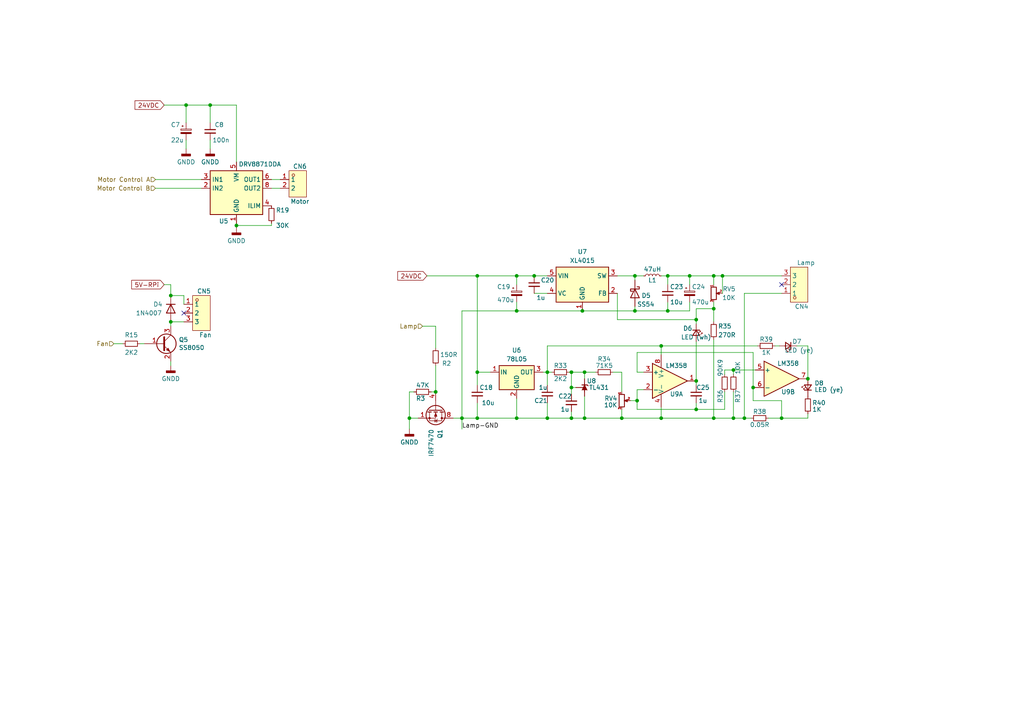
<source format=kicad_sch>
(kicad_sch (version 20230121) (generator eeschema)
  (paper "A4")
  (lib_symbols
    (symbol "Amplifier_Operational:LM358" (pin_names (offset 0.127))
      (property "Reference" "U" (at 0 5.08 0))
      (property "Value" "LM358" (at 0 -5.08 0))
      (symbol "LM358_1_1"
        (polyline (pts (xy -5.08 5.08) (xy 5.08 0) (xy -5.08 -5.08) (xy -5.08 5.08)) (stroke (width 0.254)) (fill (type background)))
        (pin output line (at 7.62 0 180) (length 2.54) (name "~") (number "1"))
        (pin input line (at -7.62 -2.54 0) (length 2.54) (name "-") (number "2"))
        (pin input line (at -7.62 2.54 0) (length 2.54) (name "+") (number "3"))
      )
      (symbol "LM358_2_1"
        (polyline (pts (xy -5.08 5.08) (xy 5.08 0) (xy -5.08 -5.08) (xy -5.08 5.08)) (stroke (width 0.254)) (fill (type background)))
        (pin input line (at -7.62 2.54 0) (length 2.54) (name "+") (number "5"))
        (pin input line (at -7.62 -2.54 0) (length 2.54) (name "-") (number "6"))
        (pin output line (at 7.62 0 180) (length 2.54) (name "~") (number "7"))
      )
      (symbol "LM358_3_1"
        (pin power_in line (at -2.54 -7.62 90) (length 3.81) (name "V-") (number "4"))
        (pin power_in line (at -2.54 7.62 270) (length 3.81) (name "V+") (number "8"))
      )
    )
    (symbol "Device:C_Polarized_Small" (pin_numbers hide) (pin_names (offset 0.254) hide)
      (property "Reference" "C" (at 0.254 1.778 0))
      (property "Value" "C_Polarized_Small" (at 0.254 -2.032 0))
      (symbol "C_Polarized_Small_0_1"
        (rectangle (start -1.524 -0.3048) (end 1.524 -0.6858) (fill (type outline)))
        (rectangle (start -1.524 0.6858) (end 1.524 0.3048))
        (polyline (pts (xy -1.27 1.524) (xy -0.762 1.524)))
        (polyline (pts (xy -1.016 1.27) (xy -1.016 1.778)))
      )
      (symbol "C_Polarized_Small_1_1"
        (pin passive line (at 0 2.54 270) (length 1.8542) (name "~") (number "1"))
        (pin passive line (at 0 -2.54 90) (length 1.8542) (name "~") (number "2"))
      )
    )
    (symbol "Device:C_Small" (pin_numbers hide) (pin_names (offset 0.254) hide)
      (property "Reference" "C" (at 0.254 1.778 0))
      (property "Value" "C_Small" (at 0.254 -2.032 0))
      (symbol "C_Small_0_1"
        (polyline (pts (xy -1.524 -0.508) (xy 1.524 -0.508)) (stroke (width 0.3302)))
        (polyline (pts (xy -1.524 0.508) (xy 1.524 0.508)) (stroke (width 0.3048)))
      )
      (symbol "C_Small_1_1"
        (pin passive line (at 0 2.54 270) (length 2.032) (name "~") (number "1"))
        (pin passive line (at 0 -2.54 90) (length 2.032) (name "~") (number "2"))
      )
    )
    (symbol "Device:D_Schottky" (pin_numbers hide) (pin_names (offset 1.016) hide)
      (property "Reference" "D" (at 0 2.54 0))
      (property "Value" "D_Schottky" (at 0 -2.54 0))
      (symbol "D_Schottky_0_1"
        (polyline (pts (xy 1.27 0) (xy -1.27 0)))
        (polyline (pts (xy 1.27 1.27) (xy 1.27 -1.27) (xy -1.27 0) (xy 1.27 1.27)) (stroke (width 0.254)))
        (polyline (pts (xy -1.905 0.635) (xy -1.905 1.27) (xy -1.27 1.27) (xy -1.27 -1.27) (xy -0.635 -1.27) (xy -0.635 -0.635)) (stroke (width 0.254)))
      )
      (symbol "D_Schottky_1_1"
        (pin passive line (at -3.81 0 0) (length 2.54) (name "K") (number "1"))
        (pin passive line (at 3.81 0 180) (length 2.54) (name "A") (number "2"))
      )
    )
    (symbol "Device:LED_Small" (pin_numbers hide) (pin_names (offset 0.254) hide)
      (property "Reference" "D" (at -1.27 3.175 0))
      (property "Value" "LED_Small" (at -4.445 -2.54 0))
      (symbol "LED_Small_0_1"
        (polyline (pts (xy -0.762 -1.016) (xy -0.762 1.016)) (stroke (width 0.254)))
        (polyline (pts (xy 1.016 0) (xy -0.762 0)))
        (polyline (pts (xy 0.762 -1.016) (xy -0.762 0) (xy 0.762 1.016) (xy 0.762 -1.016)) (stroke (width 0.254)))
        (polyline (pts (xy 0 0.762) (xy -0.508 1.27) (xy -0.254 1.27) (xy -0.508 1.27) (xy -0.508 1.016)))
        (polyline (pts (xy 0.508 1.27) (xy 0 1.778) (xy 0.254 1.778) (xy 0 1.778) (xy 0 1.524)))
      )
      (symbol "LED_Small_1_1"
        (pin passive line (at -2.54 0 0) (length 1.778) (name "K") (number "1"))
        (pin passive line (at 2.54 0 180) (length 1.778) (name "A") (number "2"))
      )
    )
    (symbol "Device:L_Small" (pin_numbers hide) (pin_names (offset 0.254) hide)
      (property "Reference" "L" (at 0.762 1.016 0))
      (property "Value" "L_Small" (at 0.762 -1.016 0))
      (symbol "L_Small_0_1"
        (arc (start 0 -2.032) (mid 0.5058 -1.524) (end 0 -1.016))
        (arc (start 0 -1.016) (mid 0.5058 -0.508) (end 0 0))
        (arc (start 0 0) (mid 0.5058 0.508) (end 0 1.016))
        (arc (start 0 1.016) (mid 0.5058 1.524) (end 0 2.032))
      )
      (symbol "L_Small_1_1"
        (pin passive line (at 0 2.54 270) (length 0.508) (name "~") (number "1"))
        (pin passive line (at 0 -2.54 90) (length 0.508) (name "~") (number "2"))
      )
    )
    (symbol "Device:R_Potentiometer_Small" (pin_names (offset 1.016) hide)
      (property "Reference" "RV" (at -4.445 0 90))
      (property "Value" "R_Potentiometer_Small" (at -2.54 0 90))
      (symbol "R_Potentiometer_Small_0_1"
        (polyline (pts (xy 0.889 0) (xy 0.635 0) (xy 1.651 0.381) (xy 1.651 -0.381) (xy 0.635 0) (xy 0.889 0)) (fill (type outline)))
        (rectangle (start 0.762 1.8034) (end -0.762 -1.8034) (stroke (width 0.254)))
      )
      (symbol "R_Potentiometer_Small_1_1"
        (pin passive line (at 0 2.54 270) (length 0.635) (name "1") (number "1"))
        (pin passive line (at 2.54 0 180) (length 0.9906) (name "2") (number "2"))
        (pin passive line (at 0 -2.54 90) (length 0.635) (name "3") (number "3"))
      )
    )
    (symbol "Device:R_Small" (pin_numbers hide) (pin_names (offset 0.254) hide)
      (property "Reference" "R" (at 0.762 0.508 0))
      (property "Value" "R_Small" (at 0.762 -1.016 0))
      (symbol "R_Small_0_1"
        (rectangle (start -0.762 1.778) (end 0.762 -1.778) (stroke (width 0.2032)))
      )
      (symbol "R_Small_1_1"
        (pin passive line (at 0 2.54 270) (length 0.762) (name "~") (number "1"))
        (pin passive line (at 0 -2.54 90) (length 0.762) (name "~") (number "2"))
      )
    )
    (symbol "Diode:1N4001" (pin_numbers hide) (pin_names hide)
      (property "Reference" "D" (at 0 2.54 0))
      (property "Value" "1N4001" (at 0 -2.54 0))
      (symbol "1N4001_0_1"
        (polyline (pts (xy -1.27 1.27) (xy -1.27 -1.27)) (stroke (width 0.254)))
        (polyline (pts (xy 1.27 0) (xy -1.27 0)))
        (polyline (pts (xy 1.27 1.27) (xy 1.27 -1.27) (xy -1.27 0) (xy 1.27 1.27)) (stroke (width 0.254)))
      )
      (symbol "1N4001_1_1"
        (pin passive line (at -3.81 0 0) (length 2.54) (name "K") (number "1"))
        (pin passive line (at 3.81 0 180) (length 2.54) (name "A") (number "2"))
      )
    )
    (symbol "Driver_Motor:DRV8871DDA"
      (property "Reference" "U" (at -6.35 6.35 0))
      (property "Value" "DRV8871DDA" (at 8.89 6.35 0))
      (symbol "DRV8871DDA_0_1"
        (rectangle (start -7.62 5.08) (end 7.62 -7.62) (stroke (width 0.254)) (fill (type background)))
      )
      (symbol "DRV8871DDA_1_1"
        (pin power_in line (at 0 -10.16 90) (length 2.54) (name "GND") (number "1"))
        (pin input line (at -10.16 0 0) (length 2.54) (name "IN2") (number "2"))
        (pin input line (at -10.16 2.54 0) (length 2.54) (name "IN1") (number "3"))
        (pin passive line (at 10.16 -5.08 180) (length 2.54) (name "ILIM") (number "4"))
        (pin power_in line (at 0 7.62 270) (length 2.54) (name "VM") (number "5"))
        (pin output line (at 10.16 2.54 180) (length 2.54) (name "OUT1") (number "6"))
        (pin passive line (at 0 -10.16 90) (length 2.54) hide (name "GND") (number "7"))
        (pin output line (at 10.16 0 180) (length 2.54) (name "OUT2") (number "8"))
        (pin passive line (at 0 -10.16 90) (length 2.54) hide (name "GND") (number "9"))
      )
    )
    (symbol "Reference_Voltage:TL431DBZ" (pin_numbers hide) (pin_names hide)
      (property "Reference" "U" (at -2.54 2.54 0))
      (property "Value" "TL431DBZ" (at 0 -2.54 0))
      (symbol "TL431DBZ_0_1"
        (polyline (pts (xy -1.27 0) (xy 0 0) (xy 1.27 0)))
        (polyline (pts (xy -0.762 0.762) (xy 0.762 0) (xy -0.762 -0.762)) (fill (type outline)))
        (polyline (pts (xy 0.508 -1.016) (xy 0.762 -0.762) (xy 0.762 0.762) (xy 0.762 0.762)) (stroke (width 0.254)))
      )
      (symbol "TL431DBZ_1_1"
        (pin passive line (at 2.54 0 180) (length 2.54) (name "K") (number "1"))
        (pin passive line (at 0 2.54 270) (length 2.54) (name "REF") (number "2"))
        (pin passive line (at -2.54 0 0) (length 2.54) (name "A") (number "3"))
      )
    )
    (symbol "Regulator_Linear:L7805" (pin_names (offset 0.254))
      (property "Reference" "U" (at -3.81 3.175 0))
      (property "Value" "L7805" (at 0 3.175 0))
      (symbol "L7805_0_1"
        (rectangle (start -5.08 1.905) (end 5.08 -5.08) (stroke (width 0.254)) (fill (type background)))
      )
      (symbol "L7805_1_1"
        (pin power_in line (at -7.62 0 0) (length 2.54) (name "IN") (number "1"))
        (pin power_in line (at 0 -7.62 90) (length 2.54) (name "GND") (number "2"))
        (pin power_out line (at 7.62 0 180) (length 2.54) (name "OUT") (number "3"))
      )
    )
    (symbol "Regulator_Switching:XL4015"
      (property "Reference" "U?" (at -6.35 6.35 0))
      (property "Value" "XL4015" (at 6.35 6.35 0))
      (symbol "XL4015_0_1"
        (rectangle (start -7.62 5.08) (end 7.62 -5.08) (stroke (width 0.254)) (fill (type background)))
      )
      (symbol "XL4015_1_1"
        (pin power_in line (at 0 -7.62 90) (length 2.54) (name "GND") (number "1"))
        (pin input line (at 10.16 -2.54 180) (length 2.54) (name "FB") (number "2"))
        (pin power_out line (at 10.16 2.54 180) (length 2.54) (name "SW") (number "3"))
        (pin input line (at -10.16 -2.54 0) (length 2.54) (name "VC") (number "4"))
        (pin power_in line (at -10.16 2.54 0) (length 2.54) (name "VIN") (number "5"))
      )
    )
    (symbol "Transistor_BJT:BC847" (pin_names (offset 0) hide)
      (property "Reference" "Q" (at 5.08 1.905 0))
      (property "Value" "BC847" (at 5.08 0 0))
      (symbol "BC847_0_1"
        (polyline (pts (xy 0.635 0.635) (xy 2.54 2.54)))
        (polyline (pts (xy 0.635 -0.635) (xy 2.54 -2.54) (xy 2.54 -2.54)))
        (polyline (pts (xy 0.635 1.905) (xy 0.635 -1.905) (xy 0.635 -1.905)) (stroke (width 0.508)))
        (polyline (pts (xy 1.27 -1.778) (xy 1.778 -1.27) (xy 2.286 -2.286) (xy 1.27 -1.778) (xy 1.27 -1.778)) (fill (type outline)))
        (circle (center 1.27 0) (radius 2.8194) (stroke (width 0.254)))
      )
      (symbol "BC847_1_1"
        (pin input line (at -5.08 0 0) (length 5.715) (name "B") (number "1"))
        (pin passive line (at 2.54 -5.08 90) (length 2.54) (name "E") (number "2"))
        (pin passive line (at 2.54 5.08 270) (length 2.54) (name "C") (number "3"))
      )
    )
    (symbol "Transistor_FET:IRF7403" (pin_names hide)
      (property "Reference" "Q" (at 5.08 2.54 0))
      (property "Value" "IRF7403" (at 5.08 0 0))
      (symbol "IRF7403_0_1"
        (polyline (pts (xy 0.254 0) (xy -2.54 0)))
        (polyline (pts (xy 0.254 1.905) (xy 0.254 -1.905)) (stroke (width 0.254)))
        (polyline (pts (xy 0.762 -1.27) (xy 0.762 -2.286)) (stroke (width 0.254)))
        (polyline (pts (xy 0.762 0.508) (xy 0.762 -0.508)) (stroke (width 0.254)))
        (polyline (pts (xy 0.762 2.286) (xy 0.762 1.27)) (stroke (width 0.254)))
        (polyline (pts (xy 2.54 2.54) (xy 2.54 1.778)))
        (polyline (pts (xy 2.54 -2.54) (xy 2.54 0) (xy 0.762 0)))
        (polyline (pts (xy 0.762 -1.778) (xy 3.302 -1.778) (xy 3.302 1.778) (xy 0.762 1.778)))
        (polyline (pts (xy 1.016 0) (xy 2.032 0.381) (xy 2.032 -0.381) (xy 1.016 0)) (fill (type outline)))
        (polyline (pts (xy 2.794 0.508) (xy 2.921 0.381) (xy 3.683 0.381) (xy 3.81 0.254)))
        (polyline (pts (xy 3.302 0.381) (xy 2.921 -0.254) (xy 3.683 -0.254) (xy 3.302 0.381)))
        (circle (center 1.651 0) (radius 2.794) (stroke (width 0.254)))
        (circle (center 2.54 -1.778) (radius 0.254) (fill (type outline)))
        (circle (center 2.54 1.778) (radius 0.254) (fill (type outline)))
      )
      (symbol "IRF7403_1_1"
        (pin passive line (at 2.54 -5.08 90) (length 2.54) (name "S") (number "1"))
        (pin passive line (at 2.54 -5.08 90) (length 2.54) hide (name "S") (number "2"))
        (pin passive line (at 2.54 -5.08 90) (length 2.54) hide (name "S") (number "3"))
        (pin input line (at -5.08 0 0) (length 2.54) (name "G") (number "4"))
        (pin passive line (at 2.54 5.08 270) (length 2.54) hide (name "D") (number "5"))
        (pin passive line (at 2.54 5.08 270) (length 2.54) hide (name "D") (number "6"))
        (pin passive line (at 2.54 5.08 270) (length 2.54) hide (name "D") (number "7"))
        (pin passive line (at 2.54 5.08 270) (length 2.54) (name "D") (number "8"))
      )
    )
    (symbol "easyeda2kicad:KF141R-2.54-3P"
      (property "Reference" "CN" (at 0 7.62 0))
      (property "Value" "KF141R-2.54-3P" (at 0 -7.62 0))
      (symbol "KF141R-2.54-3P_0_1"
        (rectangle (start -2.54 5.08) (end 2.54 -5.08) (fill (type background)))
        (circle (center -1.27 3.81) (radius 0.38))
        (pin passive line (at -5.08 2.54 0) (length 2.54) (name "1") (number "1"))
        (pin passive line (at -5.08 0 0) (length 2.54) (name "2") (number "2"))
        (pin passive line (at -5.08 -2.54 0) (length 2.54) (name "3") (number "3"))
      )
    )
    (symbol "easyeda2kicad:KF142R-5.08-2P"
      (property "Reference" "CN" (at 0 6.35 0))
      (property "Value" "KF142R-5.08-2P" (at 0 -6.35 0))
      (symbol "KF142R-5.08-2P_0_1"
        (rectangle (start -2.54 3.81) (end 2.54 -3.81) (fill (type background)))
        (circle (center -1.27 2.54) (radius 0.38))
        (pin passive line (at -5.08 1.27 0) (length 2.54) (name "1") (number "1"))
        (pin passive line (at -5.08 -1.27 0) (length 2.54) (name "2") (number "2"))
      )
    )
    (symbol "power:GNDD" (power) (pin_names (offset 0))
      (property "Value" "GNDD" (at 0 -3.175 0))
      (symbol "GNDD_0_1"
        (rectangle (start -1.27 -1.524) (end 1.27 -2.032) (stroke (width 0.254)) (fill (type outline)))
        (polyline (pts (xy 0 0) (xy 0 -1.524)))
      )
      (symbol "GNDD_1_1"
        (pin power_in line (at 0 0 270) (length 0) hide (name "GNDD") (number "1"))
      )
    )
  )
  (junction (at 215.9 121.285))
  (junction (at 201.93 110.49))
  (junction (at 184.15 90.17))
  (junction (at 165.735 107.95))
  (junction (at 158.75 107.95))
  (junction (at 184.15 80.01))
  (junction (at 200.025 80.01))
  (junction (at 207.01 121.285))
  (junction (at 168.91 90.17))
  (junction (at 165.735 112.395))
  (junction (at 68.58 65.405))
  (junction (at 191.77 121.285))
  (junction (at 191.77 100.33))
  (junction (at 184.785 116.205))
  (junction (at 212.725 107.315))
  (junction (at 169.545 107.95))
  (junction (at 138.43 121.285))
  (junction (at 226.695 121.285))
  (junction (at 133.985 121.285))
  (junction (at 180.34 121.285))
  (junction (at 149.86 121.285))
  (junction (at 138.43 80.01))
  (junction (at 149.86 90.17))
  (junction (at 193.675 80.01))
  (junction (at 154.94 80.01))
  (junction (at 60.96 30.48))
  (junction (at 158.75 121.285))
  (junction (at 209.55 80.01))
  (junction (at 201.93 118.745))
  (junction (at 193.675 90.17))
  (junction (at 234.315 109.855))
  (junction (at 149.86 80.01))
  (junction (at 165.735 121.285))
  (junction (at 207.01 80.01))
  (junction (at 207.01 89.535))
  (junction (at 201.93 92.71))
  (junction (at 169.545 121.285))
  (junction (at 126.365 113.665))
  (junction (at 49.53 93.345))
  (junction (at 212.725 121.285))
  (junction (at 118.745 121.285))
  (junction (at 218.44 112.395))
  (junction (at 49.53 85.725))
  (junction (at 53.975 30.48))
  (junction (at 138.43 107.95))
  (no_connect (at 226.695 82.55))
  (no_connect (at 53.34 90.805))
  (wire (pts (xy 158.75 107.95) (xy 160.02 107.95)))
  (wire (pts (xy 209.55 80.01) (xy 226.695 80.01)))
  (wire (pts (xy 210.185 108.585) (xy 210.185 107.315)))
  (wire (pts (xy 209.55 80.01) (xy 207.01 80.01)))
  (wire (pts (xy 193.675 90.17) (xy 193.675 87.63)))
  (wire (pts (xy 49.53 82.55) (xy 47.625 82.55)))
  (wire (pts (xy 200.025 80.01) (xy 193.675 80.01)))
  (wire (pts (xy 179.07 85.09) (xy 179.07 92.71)))
  (wire (pts (xy 165.735 112.395) (xy 167.005 112.395)))
  (wire (pts (xy 191.77 118.11) (xy 191.77 121.285)))
  (wire (pts (xy 207.01 121.285) (xy 212.725 121.285)))
  (wire (pts (xy 201.93 118.745) (xy 210.185 118.745)))
  (wire (pts (xy 179.07 80.01) (xy 184.15 80.01)))
  (wire (pts (xy 201.93 92.71) (xy 201.93 93.98)))
  (wire (pts (xy 179.07 92.71) (xy 201.93 92.71)))
  (wire (pts (xy 207.01 98.425) (xy 207.01 121.285)))
  (wire (pts (xy 184.15 80.01) (xy 186.69 80.01)))
  (wire (pts (xy 212.725 121.285) (xy 215.9 121.285)))
  (wire (pts (xy 78.74 52.07) (xy 81.28 52.07)))
  (wire (pts (xy 201.93 89.535) (xy 207.01 89.535)))
  (wire (pts (xy 165.735 119.38) (xy 165.735 121.285)))
  (wire (pts (xy 68.58 65.405) (xy 68.58 64.77)))
  (wire (pts (xy 121.285 121.285) (xy 118.745 121.285)))
  (wire (pts (xy 149.86 90.17) (xy 133.985 90.17)))
  (wire (pts (xy 207.01 82.55) (xy 207.01 80.01)))
  (wire (pts (xy 68.58 66.04) (xy 68.58 65.405)))
  (wire (pts (xy 215.9 121.285) (xy 215.9 85.09)))
  (wire (pts (xy 186.69 107.95) (xy 184.785 107.95)))
  (wire (pts (xy 200.025 82.55) (xy 200.025 80.01)))
  (wire (pts (xy 226.695 121.285) (xy 222.885 121.285)))
  (wire (pts (xy 60.96 30.48) (xy 60.96 35.56)))
  (wire (pts (xy 78.74 54.61) (xy 81.28 54.61)))
  (wire (pts (xy 40.64 99.695) (xy 41.91 99.695)))
  (wire (pts (xy 149.86 115.57) (xy 149.86 121.285)))
  (wire (pts (xy 138.43 107.95) (xy 142.24 107.95)))
  (wire (pts (xy 154.94 85.09) (xy 158.75 85.09)))
  (wire (pts (xy 184.785 113.03) (xy 186.69 113.03)))
  (wire (pts (xy 149.86 80.01) (xy 138.43 80.01)))
  (wire (pts (xy 180.34 118.745) (xy 180.34 121.285)))
  (wire (pts (xy 200.025 90.17) (xy 200.025 87.63)))
  (wire (pts (xy 149.86 90.17) (xy 168.91 90.17)))
  (wire (pts (xy 165.735 121.285) (xy 158.75 121.285)))
  (wire (pts (xy 165.735 107.95) (xy 169.545 107.95)))
  (wire (pts (xy 207.01 89.535) (xy 207.01 93.345)))
  (wire (pts (xy 210.185 107.315) (xy 212.725 107.315)))
  (wire (pts (xy 212.725 107.315) (xy 219.075 107.315)))
  (wire (pts (xy 118.745 113.665) (xy 120.015 113.665)))
  (wire (pts (xy 53.975 30.48) (xy 53.975 35.56)))
  (wire (pts (xy 201.93 110.49) (xy 201.93 111.76)))
  (wire (pts (xy 53.34 85.725) (xy 53.34 88.265)))
  (wire (pts (xy 126.365 106.045) (xy 126.365 113.665)))
  (wire (pts (xy 126.365 113.665) (xy 125.095 113.665)))
  (wire (pts (xy 49.53 93.345) (xy 53.34 93.345)))
  (wire (pts (xy 184.15 88.9) (xy 184.15 90.17)))
  (wire (pts (xy 234.315 100.33) (xy 234.315 109.855)))
  (wire (pts (xy 218.44 112.395) (xy 219.075 112.395)))
  (wire (pts (xy 165.735 107.95) (xy 165.735 112.395)))
  (wire (pts (xy 207.01 121.285) (xy 191.77 121.285)))
  (wire (pts (xy 149.86 82.55) (xy 149.86 80.01)))
  (wire (pts (xy 180.34 121.285) (xy 169.545 121.285)))
  (wire (pts (xy 45.085 54.61) (xy 58.42 54.61)))
  (wire (pts (xy 169.545 107.95) (xy 169.545 109.855)))
  (wire (pts (xy 49.53 93.345) (xy 49.53 94.615)))
  (wire (pts (xy 218.44 102.235) (xy 218.44 112.395)))
  (wire (pts (xy 191.77 121.285) (xy 180.34 121.285)))
  (wire (pts (xy 184.785 107.95) (xy 184.785 102.235)))
  (wire (pts (xy 184.785 102.235) (xy 218.44 102.235)))
  (wire (pts (xy 193.675 82.55) (xy 193.675 80.01)))
  (wire (pts (xy 180.34 107.95) (xy 180.34 113.665)))
  (wire (pts (xy 207.01 80.01) (xy 200.025 80.01)))
  (wire (pts (xy 184.785 118.745) (xy 184.785 116.205)))
  (wire (pts (xy 158.75 100.33) (xy 191.77 100.33)))
  (wire (pts (xy 209.55 85.09) (xy 209.55 80.01)))
  (wire (pts (xy 184.15 81.28) (xy 184.15 80.01)))
  (wire (pts (xy 184.785 116.205) (xy 184.785 113.03)))
  (wire (pts (xy 123.825 80.01) (xy 138.43 80.01)))
  (wire (pts (xy 191.77 80.01) (xy 193.675 80.01)))
  (wire (pts (xy 234.315 121.285) (xy 226.695 121.285)))
  (wire (pts (xy 53.975 43.18) (xy 53.975 40.64)))
  (wire (pts (xy 78.74 65.405) (xy 78.74 64.77)))
  (wire (pts (xy 149.86 80.01) (xy 154.94 80.01)))
  (wire (pts (xy 215.9 85.09) (xy 226.695 85.09)))
  (wire (pts (xy 231.14 100.33) (xy 234.315 100.33)))
  (wire (pts (xy 68.58 46.99) (xy 68.58 30.48)))
  (wire (pts (xy 169.545 114.935) (xy 169.545 121.285)))
  (wire (pts (xy 165.735 112.395) (xy 165.735 114.3)))
  (wire (pts (xy 60.96 43.18) (xy 60.96 40.64)))
  (wire (pts (xy 138.43 80.01) (xy 138.43 107.95)))
  (wire (pts (xy 53.975 30.48) (xy 60.96 30.48)))
  (wire (pts (xy 201.93 92.71) (xy 201.93 89.535)))
  (wire (pts (xy 210.185 113.665) (xy 210.185 118.745)))
  (wire (pts (xy 191.77 100.33) (xy 191.77 102.87)))
  (wire (pts (xy 182.88 116.205) (xy 184.785 116.205)))
  (wire (pts (xy 184.15 90.17) (xy 168.91 90.17)))
  (wire (pts (xy 158.75 107.95) (xy 158.75 111.76)))
  (wire (pts (xy 201.93 116.84) (xy 201.93 118.745)))
  (wire (pts (xy 169.545 107.95) (xy 172.72 107.95)))
  (wire (pts (xy 157.48 107.95) (xy 158.75 107.95)))
  (wire (pts (xy 226.695 116.205) (xy 226.695 121.285)))
  (wire (pts (xy 149.86 87.63) (xy 149.86 90.17)))
  (wire (pts (xy 201.93 118.745) (xy 184.785 118.745)))
  (wire (pts (xy 158.75 107.95) (xy 158.75 100.33)))
  (wire (pts (xy 215.9 121.285) (xy 217.805 121.285)))
  (wire (pts (xy 165.735 121.285) (xy 169.545 121.285)))
  (wire (pts (xy 138.43 116.84) (xy 138.43 121.285)))
  (wire (pts (xy 49.53 85.725) (xy 53.34 85.725)))
  (wire (pts (xy 47.625 30.48) (xy 53.975 30.48)))
  (wire (pts (xy 212.725 107.315) (xy 212.725 108.585)))
  (wire (pts (xy 224.79 100.33) (xy 226.06 100.33)))
  (wire (pts (xy 133.985 121.285) (xy 138.43 121.285)))
  (wire (pts (xy 219.71 100.33) (xy 191.77 100.33)))
  (wire (pts (xy 154.94 80.01) (xy 158.75 80.01)))
  (wire (pts (xy 122.555 94.615) (xy 126.365 94.615)))
  (wire (pts (xy 33.02 99.695) (xy 35.56 99.695)))
  (wire (pts (xy 60.96 30.48) (xy 68.58 30.48)))
  (wire (pts (xy 218.44 112.395) (xy 218.44 116.205)))
  (wire (pts (xy 138.43 121.285) (xy 149.86 121.285)))
  (wire (pts (xy 49.53 104.775) (xy 49.53 106.045)))
  (wire (pts (xy 218.44 116.205) (xy 226.695 116.205)))
  (wire (pts (xy 201.93 99.06) (xy 201.93 110.49)))
  (wire (pts (xy 193.675 90.17) (xy 200.025 90.17)))
  (wire (pts (xy 177.8 107.95) (xy 180.34 107.95)))
  (wire (pts (xy 49.53 82.55) (xy 49.53 85.725)))
  (wire (pts (xy 131.445 121.285) (xy 133.985 121.285)))
  (wire (pts (xy 138.43 111.76) (xy 138.43 107.95)))
  (wire (pts (xy 118.745 124.46) (xy 118.745 121.285)))
  (wire (pts (xy 165.1 107.95) (xy 165.735 107.95)))
  (wire (pts (xy 45.085 52.07) (xy 58.42 52.07)))
  (wire (pts (xy 133.985 90.17) (xy 133.985 121.285)))
  (wire (pts (xy 184.15 90.17) (xy 193.675 90.17)))
  (wire (pts (xy 118.745 113.665) (xy 118.745 121.285)))
  (wire (pts (xy 149.86 121.285) (xy 158.75 121.285)))
  (wire (pts (xy 234.315 120.015) (xy 234.315 121.285)))
  (wire (pts (xy 207.01 87.63) (xy 207.01 89.535)))
  (wire (pts (xy 68.58 65.405) (xy 78.74 65.405)))
  (wire (pts (xy 133.985 121.285) (xy 133.985 124.46)))
  (wire (pts (xy 158.75 121.285) (xy 158.75 116.84)))
  (wire (pts (xy 126.365 94.615) (xy 126.365 100.965)))
  (wire (pts (xy 212.725 113.665) (xy 212.725 121.285)))
  (label "Lamp-GND" (at 133.985 124.46 0))
  (global_label "5V-RPi" (shape input) (at 47.625 82.55 180) (property "Intersheetrefs" "${INTERSHEET_REFS}" (effects hide)))
  (global_label "24VDC" (shape input) (at 47.625 30.48 180) (property "Intersheetrefs" "${INTERSHEET_REFS}" (effects hide)))
  (global_label "24VDC" (shape input) (at 123.825 80.01 180) (property "Intersheetrefs" "${INTERSHEET_REFS}" (effects hide)))
  (hierarchical_label "Motor Control B" (shape input) (at 45.085 54.61 180))
  (hierarchical_label "Lamp" (shape input) (at 122.555 94.615 180))
  (hierarchical_label "Fan" (shape input) (at 33.02 99.695 180))
  (hierarchical_label "Motor Control A" (shape input) (at 45.085 52.07 180))
  (symbol (lib_id "Device:C_Polarized_Small") (at 200.025 85.09 0) (unit 1)
    (property "Reference" "C24" (at 200.66 83.185 0) (effects (justify left)))
    (property "Value" "470u" (at 200.66 87.63 0) (effects (justify left)))
    (property "Footprint" "easyeda2kicad:CAP-SMD_BD12.5-L13.0-W13.0-RD" (effects hide))
    (property "Datasheet" "https://datasheet.lcsc.com/lcsc/2208091830_ROQANG-RVT1H471M1213_C90272.pdf" (effects hide))
    (property "LCSC" "C90272" (effects hide))
    (property "Inventory" "E" (effects hide))
  )
  (symbol (lib_id "Device:R_Small") (at 126.365 103.505 180) (unit 1)
    (property "Reference" "R2" (at 129.54 105.41 0))
    (property "Value" "150R" (at 130.175 102.87 0))
    (property "Footprint" "Resistor_SMD:R_0805_2012Metric" (effects hide))
    (property "LCSC" "C17471" (effects hide))
    (property "Inventory" "B" (effects hide))
    (instances (project "scan-controller-kicad" (path "" (reference "R2") (unit 1)) (path "" (reference "R32") (unit 1))))
  )
  (symbol (lib_id "Device:R_Small") (at 78.74 62.23 0) (unit 1)
    (property "Reference" "R19" (at 80.01 60.96 0) (effects (justify left)))
    (property "Value" "30K" (at 80.01 65.405 0) (effects (justify left)))
    (property "Footprint" "Resistor_SMD:R_0805_2012Metric" (effects hide))
    (property "LCSC" "C17621" (effects hide))
    (property "Inventory" "B" (effects hide))
    (instances (project "scan-controller-kicad" (path "" (reference "R19") (unit 1)) (path "" (reference "R30") (unit 1))))
  )
  (symbol (lib_id "power:GNDD") (at 118.745 124.46 0) (unit 1)
    (property "Reference" "#PWR05" (effects hide))
    (property "Value" "GNDD" (at 118.745 128.27 0))
    (instances (project "scan-controller-kicad" (path "" (reference "#PWR05") (unit 1)) (path "" (reference "#PWR032") (unit 1))))
  )
  (symbol (lib_id "easyeda2kicad:KF141R-2.54-3P") (at 58.42 90.805 0) (unit 1)
    (property "Reference" "CN5" (at 57.15 84.455 0) (effects (justify left)))
    (property "Value" "Fan" (at 57.785 97.155 0) (effects (justify left)))
    (property "Footprint" "easyeda2kicad:CONN-TH_3P-P2.54_KF141R-2.54-3P" (effects hide))
    (property "Datasheet" "https://lcsc.com/product-detail/New-Quadratic-Unclassified-Data_Cixi-Kefa-Elec-KF141R-2-54-3P_C475125.html" (effects hide))
    (property "LCSC" "C475125" (effects hide))
    (instances (project "scan-controller-kicad" (path "" (reference "CN5") (unit 1)) (path "" (reference "CN4") (unit 1))))
  )
  (symbol (lib_id "Device:C_Small") (at 193.675 85.09 0) (unit 1)
    (property "Reference" "C23" (at 194.31 83.185 0) (effects (justify left)))
    (property "Value" "10u" (at 194.31 87.63 0) (effects (justify left)))
    (property "Footprint" "Capacitor_SMD:C_0805_2012Metric" (effects hide))
    (property "Datasheet" "https://datasheet.lcsc.com/lcsc/2310251059_Murata-Electronics-GRM21BR61H106KE43L_C440198.pdf" (effects hide))
    (property "LCSC" "C440198" (effects hide))
    (property "Inventory" "B" (effects hide))
  )
  (symbol (lib_id "Device:C_Small") (at 138.43 114.3 0) (unit 1)
    (property "Reference" "C18" (at 139.065 112.395 0) (effects (justify left)))
    (property "Value" "10u" (at 139.7 116.84 0) (effects (justify left)))
    (property "Footprint" "Capacitor_SMD:C_0805_2012Metric" (effects hide))
    (property "Datasheet" "https://datasheet.lcsc.com/lcsc/2304140030_Samsung-Electro-Mechanics-CL21A106KAYNNNE_C15850.pdf" (effects hide))
    (property "LCSC" "C15850" (effects hide))
    (property "Inventory" "B" (effects hide))
  )
  (symbol (lib_id "Device:R_Small") (at 122.555 113.665 270) (unit 1)
    (property "Reference" "R3" (at 120.65 115.57 90) (effects (justify left)))
    (property "Value" "47K" (at 120.65 111.76 90) (effects (justify left)))
    (property "Footprint" "Resistor_SMD:R_0805_2012Metric" (effects hide))
    (property "LCSC" "C17713" (effects hide))
    (property "Inventory" "B" (effects hide))
    (instances (project "scan-controller-kicad" (path "" (reference "R3") (unit 1)) (path "" (reference "R31") (unit 1))))
  )
  (symbol (lib_id "Device:D_Schottky") (at 184.15 85.09 270) (unit 1)
    (property "Reference" "D5" (at 186.055 85.725 90) (effects (justify left)))
    (property "Value" "SS54" (at 184.785 88.265 90) (effects (justify left)))
    (property "Footprint" "Diode_SMD:D_SMA" (effects hide))
    (property "Datasheet" "https://datasheet.lcsc.com/lcsc/2303141100_MDD-Microdiode-Electronics--SS54_C22452.pdf" (effects hide))
    (property "LCSC" "C22452" (effects hide))
    (property "Inventory" "B" (effects hide))
  )
  (symbol (lib_id "power:GNDD") (at 49.53 106.045 0) (unit 1)
    (property "Reference" "#PWR022" (effects hide))
    (property "Value" "GNDD" (at 49.53 109.855 0))
    (instances (project "scan-controller-kicad" (path "" (reference "#PWR022") (unit 1)) (path "" (reference "#PWR028") (unit 1))))
  )
  (symbol (lib_id "Device:LED_Small") (at 228.6 100.33 180) (unit 1)
    (property "Reference" "D7" (at 231.14 99.06 0))
    (property "Value" "LED (ye)" (at 231.775 101.6 0))
    (property "Footprint" "LED_SMD:LED_0805_2012Metric" (effects hide))
    (property "Datasheet" "https://datasheet.lcsc.com/lcsc/1806151129_Hubei-KENTO-Elec-KT-0805Y_C2296.pdf" (effects hide))
    (property "LCSC" "C2296" (effects hide))
    (property "Inventory" "B" (effects hide))
  )
  (symbol (lib_id "Device:R_Small") (at 162.56 107.95 90) (unit 1)
    (property "Reference" "R33" (at 162.56 106.045 90))
    (property "Value" "2K2" (at 162.56 109.855 90))
    (property "Footprint" "Resistor_SMD:R_0805_2012Metric" (effects hide))
    (property "Inventory" "B" (effects hide))
    (property "LCSC" "C17520" (effects hide))
  )
  (symbol (lib_id "Device:R_Small") (at 38.1 99.695 270) (unit 1)
    (property "Reference" "R15" (at 38.1 97.155 90))
    (property "Value" "2K2" (at 38.1 102.235 90))
    (property "Footprint" "Resistor_SMD:R_0805_2012Metric" (effects hide))
    (property "LCSC" "C17520" (effects hide))
    (property "Inventory" "B" (effects hide))
    (instances (project "scan-controller-kicad" (path "" (reference "R15") (unit 1)) (path "" (reference "R29") (unit 1))))
  )
  (symbol (lib_id "Device:R_Small") (at 212.725 111.125 180) (unit 1)
    (property "Reference" "R37" (at 213.995 114.935 90))
    (property "Value" "10K" (at 213.995 106.68 90))
    (property "Footprint" "Resistor_SMD:R_0805_2012Metric" (effects hide))
    (property "Inventory" "B" (effects hide))
    (property "LCSC" "C17414" (effects hide))
  )
  (symbol (lib_id "Driver_Motor:DRV8871DDA") (at 68.58 54.61 0) (unit 1)
    (property "Reference" "U5" (at 63.5 64.135 0) (effects (justify left)))
    (property "Value" "DRV8871DDA" (at 69.215 47.625 0) (effects (justify left)))
    (property "Footprint" "Package_SO:Texas_HTSOP-8-1EP_3.9x4.9mm_P1.27mm_EP2.95x4.9mm_Mask2.4x3.1mm_ThermalVias" (effects hide))
    (property "Datasheet" "http://www.ti.com/lit/ds/symlink/drv8871.pdf" (effects hide))
    (property "LCSC" "C75864" (effects hide))
    (property "Inventory" "E" (effects hide))
  )
  (symbol (lib_id "Device:R_Potentiometer_Small") (at 207.01 85.09 0) (unit 1)
    (property "Reference" "RV5" (at 213.36 83.82 0) (effects (justify right)))
    (property "Value" "10K" (at 213.36 86.36 0) (effects (justify right)))
    (property "Footprint" "easyeda2kicad:RES-ADJ-TH_3P-L10.0-W10.0-P2.50-L" (effects hide))
    (property "Datasheet" "https://datasheet.lcsc.com/lcsc/1811071811_BOCHEN-Chengdu-Guosheng-Tech-3296W-1-103_C118954.pdf" (effects hide))
    (property "Inventory" "E" (effects hide))
    (property "LCSC" "C118954" (effects hide))
  )
  (symbol (lib_id "Reference_Voltage:TL431DBZ") (at 169.545 112.395 90) (unit 1)
    (property "Reference" "U8" (at 170.18 110.49 90) (effects (justify right)))
    (property "Value" "TL431" (at 170.815 112.395 90) (effects (justify right)))
    (property "Footprint" "Package_TO_SOT_SMD:SOT-23" (effects hide))
    (property "Datasheet" "http://www.ti.com/lit/ds/symlink/tl431.pdf" (effects hide))
    (property "Inventory" "E" (effects hide))
    (property "LCSC" "C181103" (effects hide))
  )
  (symbol (lib_id "Device:R_Potentiometer_Small") (at 180.34 116.205 0) (unit 1)
    (property "Reference" "RV4" (at 179.07 115.57 0) (effects (justify right)))
    (property "Value" "10K" (at 179.07 117.475 0) (effects (justify right)))
    (property "Footprint" "easyeda2kicad:RES-ADJ-TH_3P-L10.0-W10.0-P2.50-L" (effects hide))
    (property "Datasheet" "https://datasheet.lcsc.com/lcsc/1811071811_BOCHEN-Chengdu-Guosheng-Tech-3296W-1-103_C118954.pdf" (effects hide))
    (property "Inventory" "E" (effects hide))
    (property "LCSC" "C118954" (effects hide))
  )
  (symbol (lib_id "Transistor_BJT:BC847") (at 46.99 99.695 0) (unit 1)
    (property "Reference" "Q5" (at 51.8414 98.5266 0) (effects (justify left)))
    (property "Value" "SS8050" (at 51.8414 100.838 0) (effects (justify left)))
    (property "Footprint" "Package_TO_SOT_SMD:SOT-23" (effects hide))
    (property "Datasheet" "https://datasheet.lcsc.com/lcsc/2303221100_Jiangsu-Changjing-Electronics-Technology-Co---Ltd--SS8050_C2150.pdf" (effects hide))
    (property "LCSC" "C2150" (effects hide))
    (property "Inventory" "B" (effects hide))
    (instances (project "scan-controller-kicad" (path "" (reference "Q5") (unit 1)) (path "" (reference "Q6") (unit 1))))
  )
  (symbol (lib_id "Amplifier_Operational:LM358") (at 194.31 110.49 0) (unit 1)
    (property "Reference" "U9" (at 196.215 114.3 0))
    (property "Value" "LM358" (at 196.215 106.045 0))
    (property "Footprint" "Package_SO:SOIC-8_3.9x4.9mm_P1.27mm" (effects hide))
    (property "Datasheet" "https://datasheet.lcsc.com/lcsc/2304140030_onsemi-LM358DR2G_C7950.pdf" (effects hide))
    (property "Inventory" "B" (effects hide))
    (property "LCSC" "C7950" (effects hide))
  )
  (symbol (lib_id "Device:C_Polarized_Small") (at 53.975 38.1 0) (unit 1)
    (property "Reference" "C7" (at 49.53 36.195 0) (effects (justify left)))
    (property "Value" "22u" (at 49.53 40.64 0) (effects (justify left)))
    (property "Footprint" "Capacitor_SMD:CP_Elec_6.3x7.7" (effects hide))
    (property "Datasheet" "https://datasheet.lcsc.com/lcsc/2202251830_ROQANG-RT1J220M0607_C267472.pdf" (effects hide))
    (property "LCSC" "C267472" (effects hide))
    (property "Inventory" "E" (effects hide))
    (instances (project "scan-controller-kicad" (path "" (reference "C7") (unit 1)) (path "" (reference "C16") (unit 1))))
  )
  (symbol (lib_id "Device:C_Small") (at 60.96 38.1 0) (unit 1)
    (property "Reference" "C8" (at 62.23 36.195 0) (effects (justify left)))
    (property "Value" "100n" (at 61.595 40.64 0) (effects (justify left)))
    (property "Footprint" "Capacitor_SMD:C_0805_2012Metric" (effects hide))
    (property "Datasheet" "https://datasheet.lcsc.com/lcsc/2304140030_Samsung-Electro-Mechanics-CL21B104KCFNNNE_C28233.pdf" (effects hide))
    (property "LCSC" "C28233" (effects hide))
    (property "Inventory" "B" (effects hide))
    (instances (project "scan-controller-kicad" (path "" (reference "C8") (unit 1)) (path "" (reference "C17") (unit 1))))
  )
  (symbol (lib_id "Amplifier_Operational:LM358") (at 226.695 109.855 0) (unit 2)
    (property "Reference" "U9" (at 228.6 113.665 0))
    (property "Value" "LM358" (at 228.6 105.41 0))
    (property "Footprint" "Package_SO:SOIC-8_3.9x4.9mm_P1.27mm" (effects hide))
    (property "Datasheet" "https://datasheet.lcsc.com/lcsc/2304140030_onsemi-LM358DR2G_C7950.pdf" (effects hide))
    (property "Inventory" "B" (effects hide))
    (property "LCSC" "C7950" (effects hide))
  )
  (symbol (lib_id "Device:C_Polarized_Small") (at 149.86 85.09 0) (unit 1)
    (property "Reference" "C19" (at 144.145 83.185 0) (effects (justify left)))
    (property "Value" "470u" (at 144.145 86.995 0) (effects (justify left)))
    (property "Footprint" "easyeda2kicad:CAP-SMD_BD12.5-L13.0-W13.0-RD" (effects hide))
    (property "Datasheet" "https://datasheet.lcsc.com/lcsc/2208091830_ROQANG-RVT1H471M1213_C90272.pdf" (effects hide))
    (property "LCSC" "C90272" (effects hide))
    (property "Inventory" "E" (effects hide))
  )
  (symbol (lib_id "Device:LED_Small") (at 234.315 112.395 90) (unit 1)
    (property "Reference" "D8" (at 236.22 111.125 90) (effects (justify right)))
    (property "Value" "LED (ye)" (at 236.22 113.03 90) (effects (justify right)))
    (property "Footprint" "LED_SMD:LED_0805_2012Metric" (effects hide))
    (property "Datasheet" "https://datasheet.lcsc.com/lcsc/1806151129_Hubei-KENTO-Elec-KT-0805Y_C2296.pdf" (effects hide))
    (property "LCSC" "C2296" (effects hide))
    (property "Inventory" "B" (effects hide))
  )
  (symbol (lib_id "Device:R_Small") (at 207.01 95.885 0) (unit 1)
    (property "Reference" "R35" (at 208.28 94.615 0) (effects (justify left)))
    (property "Value" "270R" (at 208.28 97.155 0) (effects (justify left)))
    (property "Footprint" "Resistor_SMD:R_0805_2012Metric" (effects hide))
    (property "Inventory" "E" (effects hide))
    (property "LCSC" "C104550" (effects hide))
  )
  (symbol (lib_id "Device:LED_Small") (at 201.93 96.52 270) (unit 1)
    (property "Reference" "D6" (at 198.12 95.25 90) (effects (justify left)))
    (property "Value" "LED (wh)" (at 197.485 97.79 90) (effects (justify left)))
    (property "Footprint" "LED_SMD:LED_0805_2012Metric" (effects hide))
    (property "Datasheet" "https://datasheet.lcsc.com/lcsc/2305091500_Hubei-KENTO-Elec-KT-0805W_C34499.pdf" (effects hide))
    (property "LCSC" "C34499" (effects hide))
    (property "Inventory" "B" (effects hide))
  )
  (symbol (lib_id "easyeda2kicad:KF141R-2.54-3P") (at 231.775 82.55 0) (mirror x) (unit 1)
    (property "Reference" "CN4" (at 230.505 88.9 0) (effects (justify left)))
    (property "Value" "Lamp" (at 231.14 76.2 0) (effects (justify left)))
    (property "Footprint" "easyeda2kicad:CONN-TH_3P-P2.54_KF141R-2.54-3P" (effects hide))
    (property "Datasheet" "https://lcsc.com/product-detail/New-Quadratic-Unclassified-Data_Cixi-Kefa-Elec-KF141R-2-54-3P_C475125.html" (effects hide))
    (property "LCSC" "C475125" (effects hide))
    (instances (project "scan-controller-kicad" (path "" (reference "CN4") (unit 1)) (path "" (reference "CN6") (unit 1))))
  )
  (symbol (lib_id "power:GNDD") (at 60.96 43.18 0) (unit 1)
    (property "Reference" "#PWR025" (effects hide))
    (property "Value" "GNDD" (at 60.96 46.99 0))
    (instances (project "scan-controller-kicad" (path "" (reference "#PWR025") (unit 1)) (path "" (reference "#PWR030") (unit 1))))
  )
  (symbol (lib_id "Device:R_Small") (at 234.315 117.475 180) (unit 1)
    (property "Reference" "R40" (at 235.585 116.84 0) (effects (justify right)))
    (property "Value" "1K" (at 235.585 118.745 0) (effects (justify right)))
    (property "Footprint" "Resistor_SMD:R_0805_2012Metric" (effects hide))
    (property "Inventory" "B" (effects hide))
    (property "LCSC" "C17513" (effects hide))
  )
  (symbol (lib_id "Device:L_Small") (at 189.23 80.01 90) (unit 1)
    (property "Reference" "L1" (at 189.23 81.28 90))
    (property "Value" "47uH" (at 189.23 78.105 90))
    (property "Footprint" "easyeda2kicad:IND-SMD_L13.8-W12.6_YSPI13XX" (effects hide))
    (property "Datasheet" "https://datasheet.lcsc.com/lcsc/2308011153_YJYCOIN-YSPI1365-470M_C497913.pdf" (effects hide))
    (property "Inventory" "E" (effects hide))
    (property "LCSC" "C497913" (effects hide))
  )
  (symbol (lib_id "Diode:1N4001") (at 49.53 89.535 270) (unit 1)
    (property "Reference" "D4" (at 44.45 88.265 90) (effects (justify left)))
    (property "Value" "1N4007" (at 39.37 90.805 90) (effects (justify left)))
    (property "Footprint" "Diode_SMD:D_SOD-123F" (effects hide))
    (property "Sim.Device" "D" (effects hide))
    (property "Sim.Pins" "1=K 2=A" (effects hide))
    (property "LCSC" "C64898" (effects hide))
    (property "Inventory" "B" (effects hide))
  )
  (symbol (lib_id "Device:R_Small") (at 175.26 107.95 90) (unit 1)
    (property "Reference" "R34" (at 175.26 104.14 90))
    (property "Value" "71K5" (at 175.26 106.045 90))
    (property "Footprint" "Resistor_SMD:R_0805_2012Metric" (effects hide))
    (property "Inventory" "E" (effects hide))
    (property "LCSC" "C101850" (effects hide))
  )
  (symbol (lib_id "Device:C_Small") (at 201.93 114.3 0) (unit 1)
    (property "Reference" "C25" (at 201.93 112.395 0) (effects (justify left)))
    (property "Value" "1u" (at 202.565 116.205 0) (effects (justify left)))
    (property "Footprint" "Capacitor_SMD:C_0805_2012Metric" (effects hide))
    (property "Datasheet" "https://datasheet.lcsc.com/lcsc/2304140030_Samsung-Electro-Mechanics-CL21B105KBFNNNE_C28323.pdf" (effects hide))
    (property "LCSC" "C28323" (effects hide))
    (property "Inventory" "B" (effects hide))
  )
  (symbol (lib_id "Transistor_FET:IRF7403") (at 126.365 118.745 270) (unit 1)
    (property "Reference" "Q1" (at 127.635 124.46 0) (effects (justify left)))
    (property "Value" "IRF7470" (at 125.095 124.46 0) (effects (justify left)))
    (property "Footprint" "Package_SO:SOIC-8_3.9x4.9mm_P1.27mm" (effects hide))
    (property "Datasheet" "https://datasheet.lcsc.com/lcsc/1912111437_Infineon-Technologies-IRF7470TRPBF_C386356.pdf" (effects hide))
    (property "LCSC" "C386356" (effects hide))
    (property "Inventory" "E" (effects hide))
    (instances (project "scan-controller-kicad" (path "" (reference "Q1") (unit 1)) (path "" (reference "Q7") (unit 1))))
  )
  (symbol (lib_id "Device:R_Small") (at 220.345 121.285 90) (unit 1)
    (property "Reference" "R38" (at 220.345 119.38 90))
    (property "Value" "0.05R" (at 220.345 123.19 90))
    (property "Footprint" "Resistor_SMD:R_2512_6332Metric" (effects hide))
    (property "Datasheet" "https://datasheet.lcsc.com/lcsc/2304140030_UNI-ROYAL-Uniroyal-Elec-25121WF500MT4E_C127698.pdf" (effects hide))
    (property "Inventory" "E" (effects hide))
    (property "LCSC" "C127698" (effects hide))
  )
  (symbol (lib_id "Regulator_Switching:XL4015") (at 168.91 82.55 0) (unit 1)
    (property "Reference" "U7" (at 168.91 73.025 0))
    (property "Value" "XL4015" (at 168.91 75.565 0))
    (property "Footprint" "Package_TO_SOT_SMD:TO-263-5_TabPin3" (effects hide))
    (property "Datasheet" "http://www.xlsemi.net/datasheet/XL4015%20datasheet-English.pdf" (effects hide))
    (property "Inventory" "E" (effects hide))
    (property "LCSC" "C51661" (effects hide))
  )
  (symbol (lib_id "power:GNDD") (at 53.975 43.18 0) (unit 1)
    (property "Reference" "#PWR023" (effects hide))
    (property "Value" "GNDD" (at 53.975 46.99 0))
    (instances (project "scan-controller-kicad" (path "" (reference "#PWR023") (unit 1)) (path "" (reference "#PWR029") (unit 1))))
  )
  (symbol (lib_id "Device:C_Small") (at 165.735 116.84 0) (unit 1)
    (property "Reference" "C22" (at 161.925 114.935 0) (effects (justify left)))
    (property "Value" "1u" (at 162.56 118.745 0) (effects (justify left)))
    (property "Footprint" "Capacitor_SMD:C_0805_2012Metric" (effects hide))
    (property "Datasheet" "https://datasheet.lcsc.com/lcsc/2304140030_Samsung-Electro-Mechanics-CL21B105KBFNNNE_C28323.pdf" (effects hide))
    (property "LCSC" "C28323" (effects hide))
    (property "Inventory" "B" (effects hide))
  )
  (symbol (lib_id "easyeda2kicad:KF142R-5.08-2P") (at 86.36 53.34 0) (unit 1)
    (property "Reference" "CN6" (at 86.995 48.26 0))
    (property "Value" "Motor" (at 86.995 58.42 0))
    (property "Footprint" "easyeda2kicad:CONN-TH_2P-P5.08_KF142R-5.08-2P" (effects hide))
    (property "Datasheet" "https://lcsc.com/product-detail/New-Quadratic-Unclassified-Data_Cixi-Kefa-Elec-KF142R-5-08-2P_C475144.html" (effects hide))
    (property "LCSC" "C475144" (effects hide))
    (instances (project "scan-controller-kicad" (path "" (reference "CN6") (unit 1)) (path "" (reference "CN5") (unit 1))))
  )
  (symbol (lib_id "Device:R_Small") (at 222.25 100.33 90) (unit 1)
    (property "Reference" "R39" (at 222.25 98.425 90))
    (property "Value" "1K" (at 222.25 102.235 90))
    (property "Footprint" "Resistor_SMD:R_0805_2012Metric" (effects hide))
    (property "Inventory" "B" (effects hide))
    (property "LCSC" "C17513" (effects hide))
  )
  (symbol (lib_id "Amplifier_Operational:LM358") (at 194.31 110.49 0) (unit 3)
    (property "Reference" "U9" (effects hide))
    (property "Value" "LM358" (effects hide))
    (property "Footprint" "Package_SO:SOIC-8_3.9x4.9mm_P1.27mm" (effects hide))
    (property "Datasheet" "https://datasheet.lcsc.com/lcsc/2304140030_onsemi-LM358DR2G_C7950.pdf" (effects hide))
    (property "Inventory" "B" (effects hide))
    (property "LCSC" "C7950" (effects hide))
  )
  (symbol (lib_id "Regulator_Linear:L7805") (at 149.86 107.95 0) (unit 1)
    (property "Reference" "U6" (at 149.86 101.6 0))
    (property "Value" "78L05" (at 149.86 104.14 0))
    (property "Footprint" "Package_TO_SOT_SMD:SOT-89-3" (effects hide))
    (property "Datasheet" "https://datasheet.lcsc.com/lcsc/2304140030_UTC-Unisonic-Tech-78L05G-AB3-R_C71136.pdf" (effects hide))
    (property "Inventory" "B" (effects hide))
    (property "LCSC" "C71136" (effects hide))
  )
  (symbol (lib_id "Device:C_Small") (at 154.94 82.55 0) (unit 1)
    (property "Reference" "C20" (at 156.845 81.28 0) (effects (justify left)))
    (property "Value" "1u" (at 155.575 86.36 0) (effects (justify left)))
    (property "Footprint" "Capacitor_SMD:C_0805_2012Metric" (effects hide))
    (property "Datasheet" "https://datasheet.lcsc.com/lcsc/2304140030_Samsung-Electro-Mechanics-CL21B105KBFNNNE_C28323.pdf" (effects hide))
    (property "LCSC" "C28323" (effects hide))
    (property "Inventory" "B" (effects hide))
  )
  (symbol (lib_id "Device:R_Small") (at 210.185 111.125 180) (unit 1)
    (property "Reference" "R36" (at 208.915 114.935 90))
    (property "Value" "90K9" (at 208.915 106.68 90))
    (property "Footprint" "Resistor_SMD:R_0805_2012Metric" (effects hide))
    (property "Inventory" "E" (effects hide))
    (property "LCSC" "C229044" (effects hide))
  )
  (symbol (lib_id "power:GNDD") (at 68.58 66.04 0) (unit 1)
    (property "Reference" "#PWR030" (effects hide))
    (property "Value" "GNDD" (at 68.58 69.85 0))
    (instances (project "scan-controller-kicad" (path "" (reference "#PWR030") (unit 1)) (path "" (reference "#PWR031") (unit 1))))
  )
  (symbol (lib_id "Device:C_Small") (at 158.75 114.3 0) (unit 1)
    (property "Reference" "C21" (at 154.94 116.205 0) (effects (justify left)))
    (property "Value" "1u" (at 156.21 112.395 0) (effects (justify left)))
    (property "Footprint" "Capacitor_SMD:C_0805_2012Metric" (effects hide))
    (property "Datasheet" "https://datasheet.lcsc.com/lcsc/2304140030_Samsung-Electro-Mechanics-CL21B105KBFNNNE_C28323.pdf" (effects hide))
    (property "LCSC" "C28323" (effects hide))
    (property "Inventory" "B" (effects hide))
  )
)
</source>
